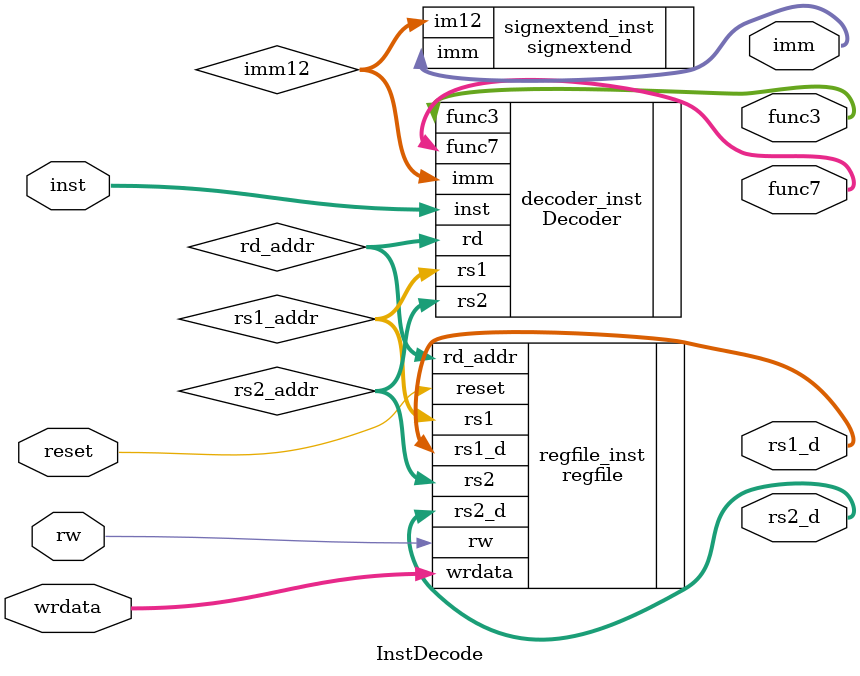
<source format=sv>
module InstDecode (
    input  logic [31:0] inst,        
    input  logic [31:0] wrdata,     
    input  logic        rw,          
    input  logic        reset,      
    output logic [31:0] imm,        
    output logic [31:0] rs1_d,      
    output logic [31:0] rs2_d ,
    output logic [6:0] func7,
    output logic [2:0] func3
);

    logic [4:0] rd_addr, rs1_addr, rs2_addr;
    logic [11:0] imm12;

    Decoder decoder_inst (
        .inst(inst),
        .func7(func7),
        .func3(func3),
        .rd(rd_addr),
        .rs1(rs1_addr),
        .rs2(rs2_addr),
        .imm(imm12)
    );

    regfile regfile_inst (
        .rs1(rs1_addr),
        .rs2(rs2_addr),
        .rd_addr(rd_addr),
        .rw(rw),
        .wrdata(wrdata),
        .reset(reset),
        .rs1_d(rs1_d),
        .rs2_d(rs2_d)
    );

    signextend signextend_inst (
        .im12(imm12),
        .imm(imm)
    );

endmodule
</source>
